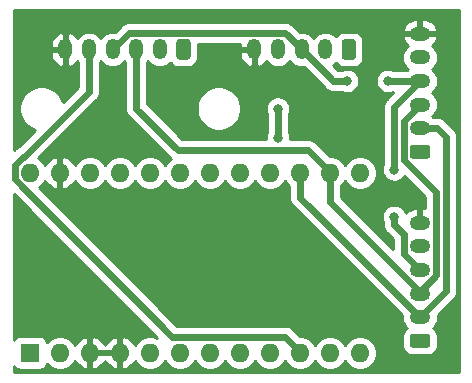
<source format=gbr>
%TF.GenerationSoftware,KiCad,Pcbnew,(5.1.9)-1*%
%TF.CreationDate,2021-10-16T13:54:30-06:00*%
%TF.ProjectId,stick_controller,73746963-6b5f-4636-9f6e-74726f6c6c65,rev?*%
%TF.SameCoordinates,Original*%
%TF.FileFunction,Copper,L1,Top*%
%TF.FilePolarity,Positive*%
%FSLAX46Y46*%
G04 Gerber Fmt 4.6, Leading zero omitted, Abs format (unit mm)*
G04 Created by KiCad (PCBNEW (5.1.9)-1) date 2021-10-16 13:54:30*
%MOMM*%
%LPD*%
G01*
G04 APERTURE LIST*
%TA.AperFunction,ComponentPad*%
%ADD10R,1.600000X1.600000*%
%TD*%
%TA.AperFunction,ComponentPad*%
%ADD11O,1.600000X1.600000*%
%TD*%
%TA.AperFunction,ComponentPad*%
%ADD12O,1.200000X1.750000*%
%TD*%
%TA.AperFunction,ComponentPad*%
%ADD13O,1.750000X1.200000*%
%TD*%
%TA.AperFunction,ViaPad*%
%ADD14C,0.800000*%
%TD*%
%TA.AperFunction,Conductor*%
%ADD15C,0.609600*%
%TD*%
%TA.AperFunction,Conductor*%
%ADD16C,0.254000*%
%TD*%
%TA.AperFunction,Conductor*%
%ADD17C,0.100000*%
%TD*%
G04 APERTURE END LIST*
D10*
%TO.P,U1,1*%
%TO.N,Net-(U1-Pad1)*%
X111980000Y-83018000D03*
D11*
%TO.P,U1,13*%
%TO.N,Net-(U1-Pad13)*%
X139920000Y-67778000D03*
%TO.P,U1,2*%
%TO.N,Net-(U1-Pad2)*%
X114520000Y-83018000D03*
%TO.P,U1,14*%
%TO.N,/MOSI*%
X137380000Y-67778000D03*
%TO.P,U1,3*%
%TO.N,GND*%
X117060000Y-83018000D03*
%TO.P,U1,15*%
%TO.N,/MISO*%
X134840000Y-67778000D03*
%TO.P,U1,4*%
%TO.N,GND*%
X119600000Y-83018000D03*
%TO.P,U1,16*%
%TO.N,/SCK*%
X132300000Y-67778000D03*
%TO.P,U1,5*%
%TO.N,Net-(U1-Pad5)*%
X122140000Y-83018000D03*
%TO.P,U1,17*%
%TO.N,Net-(U1-Pad17)*%
X129760000Y-67778000D03*
%TO.P,U1,6*%
%TO.N,Net-(U1-Pad6)*%
X124680000Y-83018000D03*
%TO.P,U1,18*%
%TO.N,Net-(U1-Pad18)*%
X127220000Y-67778000D03*
%TO.P,U1,7*%
%TO.N,Net-(U1-Pad7)*%
X127220000Y-83018000D03*
%TO.P,U1,19*%
%TO.N,Net-(U1-Pad19)*%
X124680000Y-67778000D03*
%TO.P,U1,8*%
%TO.N,Net-(U1-Pad8)*%
X129760000Y-83018000D03*
%TO.P,U1,20*%
%TO.N,Net-(U1-Pad20)*%
X122140000Y-67778000D03*
%TO.P,U1,9*%
%TO.N,/CSg*%
X132300000Y-83018000D03*
%TO.P,U1,21*%
%TO.N,+5V*%
X119600000Y-67778000D03*
%TO.P,U1,10*%
%TO.N,/CSz*%
X134840000Y-83018000D03*
%TO.P,U1,22*%
%TO.N,Net-(U1-Pad22)*%
X117060000Y-67778000D03*
%TO.P,U1,11*%
%TO.N,/CSy*%
X137380000Y-83018000D03*
%TO.P,U1,23*%
%TO.N,GND*%
X114520000Y-67778000D03*
%TO.P,U1,12*%
%TO.N,/CSx*%
X139920000Y-83018000D03*
%TO.P,U1,24*%
%TO.N,Net-(U1-Pad24)*%
X111980000Y-67778000D03*
%TD*%
D12*
%TO.P,J4,5*%
%TO.N,GND*%
X130976000Y-57330000D03*
%TO.P,J4,4*%
%TO.N,/MISO*%
X132976000Y-57330000D03*
%TO.P,J4,3*%
%TO.N,/SCK*%
X134976000Y-57330000D03*
%TO.P,J4,2*%
%TO.N,/CSg*%
X136976000Y-57330000D03*
%TO.P,J4,1*%
%TO.N,+5V*%
%TA.AperFunction,ComponentPad*%
G36*
G01*
X139576000Y-56704999D02*
X139576000Y-57955001D01*
G75*
G02*
X139326001Y-58205000I-249999J0D01*
G01*
X138625999Y-58205000D01*
G75*
G02*
X138376000Y-57955001I0J249999D01*
G01*
X138376000Y-56704999D01*
G75*
G02*
X138625999Y-56455000I249999J0D01*
G01*
X139326001Y-56455000D01*
G75*
G02*
X139576000Y-56704999I0J-249999D01*
G01*
G37*
%TD.AperFunction*%
%TD*%
%TO.P,J3,6*%
%TO.N,GND*%
X114976000Y-57330000D03*
%TO.P,J3,5*%
%TO.N,/CSz*%
X116976000Y-57330000D03*
%TO.P,J3,4*%
%TO.N,/SCK*%
X118976000Y-57330000D03*
%TO.P,J3,3*%
%TO.N,/MOSI*%
X120976000Y-57330000D03*
%TO.P,J3,2*%
%TO.N,/MISO*%
X122976000Y-57330000D03*
%TO.P,J3,1*%
%TO.N,+5V*%
%TA.AperFunction,ComponentPad*%
G36*
G01*
X125576000Y-56704999D02*
X125576000Y-57955001D01*
G75*
G02*
X125326001Y-58205000I-249999J0D01*
G01*
X124625999Y-58205000D01*
G75*
G02*
X124376000Y-57955001I0J249999D01*
G01*
X124376000Y-56704999D01*
G75*
G02*
X124625999Y-56455000I249999J0D01*
G01*
X125326001Y-56455000D01*
G75*
G02*
X125576000Y-56704999I0J-249999D01*
G01*
G37*
%TD.AperFunction*%
%TD*%
D13*
%TO.P,J2,6*%
%TO.N,GND*%
X145000000Y-72000000D03*
%TO.P,J2,5*%
%TO.N,/CSy*%
X145000000Y-74000000D03*
%TO.P,J2,4*%
%TO.N,/SCK*%
X145000000Y-76000000D03*
%TO.P,J2,3*%
%TO.N,/MOSI*%
X145000000Y-78000000D03*
%TO.P,J2,2*%
%TO.N,/MISO*%
X145000000Y-80000000D03*
%TO.P,J2,1*%
%TO.N,+5V*%
%TA.AperFunction,ComponentPad*%
G36*
G01*
X145625001Y-82600000D02*
X144374999Y-82600000D01*
G75*
G02*
X144125000Y-82350001I0J249999D01*
G01*
X144125000Y-81649999D01*
G75*
G02*
X144374999Y-81400000I249999J0D01*
G01*
X145625001Y-81400000D01*
G75*
G02*
X145875000Y-81649999I0J-249999D01*
G01*
X145875000Y-82350001D01*
G75*
G02*
X145625001Y-82600000I-249999J0D01*
G01*
G37*
%TD.AperFunction*%
%TD*%
%TO.P,J1,6*%
%TO.N,GND*%
X145000000Y-56000000D03*
%TO.P,J1,5*%
%TO.N,/CSx*%
X145000000Y-58000000D03*
%TO.P,J1,4*%
%TO.N,/SCK*%
X145000000Y-60000000D03*
%TO.P,J1,3*%
%TO.N,/MOSI*%
X145000000Y-62000000D03*
%TO.P,J1,2*%
%TO.N,/MISO*%
X145000000Y-64000000D03*
%TO.P,J1,1*%
%TO.N,+5V*%
%TA.AperFunction,ComponentPad*%
G36*
G01*
X145625001Y-66600000D02*
X144374999Y-66600000D01*
G75*
G02*
X144125000Y-66350001I0J249999D01*
G01*
X144125000Y-65649999D01*
G75*
G02*
X144374999Y-65400000I249999J0D01*
G01*
X145625001Y-65400000D01*
G75*
G02*
X145875000Y-65649999I0J-249999D01*
G01*
X145875000Y-66350001D01*
G75*
G02*
X145625001Y-66600000I-249999J0D01*
G01*
G37*
%TD.AperFunction*%
%TD*%
D14*
%TO.N,/SCK*%
X138806000Y-60000000D03*
X142306000Y-60000000D03*
X142810579Y-67495421D03*
X142810579Y-71495421D03*
%TO.N,/MISO*%
X132976000Y-64830000D03*
X132976000Y-62330000D03*
%TD*%
D15*
%TO.N,/SCK*%
X143620190Y-74620190D02*
X145000000Y-76000000D01*
X137646000Y-60000000D02*
X138806000Y-60000000D01*
X134976000Y-57330000D02*
X137646000Y-60000000D01*
X133596190Y-55950190D02*
X134976000Y-57330000D01*
X120355810Y-55950190D02*
X133596190Y-55950190D01*
X118976000Y-57330000D02*
X120355810Y-55950190D01*
X142306000Y-60000000D02*
X145000000Y-60000000D01*
X142810579Y-62189421D02*
X145000000Y-60000000D01*
X142810579Y-72164579D02*
X142810579Y-71495421D01*
X143620190Y-72974190D02*
X142810579Y-72164579D01*
X143620190Y-74620190D02*
X143620190Y-72974190D01*
X142810579Y-67495421D02*
X142810579Y-62189421D01*
%TO.N,/MOSI*%
X137406000Y-70243437D02*
X145000000Y-77837437D01*
X137406000Y-67710000D02*
X137406000Y-70243437D01*
X143620190Y-63379810D02*
X145000000Y-62000000D01*
X143620190Y-66662654D02*
X143620190Y-63379810D01*
X146379810Y-69422274D02*
X143620190Y-66662654D01*
X145000000Y-77837437D02*
X146379810Y-76457627D01*
X146379810Y-76457627D02*
X146379810Y-69422274D01*
X145000000Y-78000000D02*
X145000000Y-77837437D01*
X120976000Y-57330000D02*
X120976000Y-62330000D01*
X120976000Y-62330000D02*
X124476000Y-65830000D01*
X135526000Y-65830000D02*
X137406000Y-67710000D01*
X124476000Y-65830000D02*
X135526000Y-65830000D01*
%TO.N,/MISO*%
X134866000Y-69866000D02*
X145000000Y-80000000D01*
X134866000Y-67710000D02*
X134866000Y-69866000D01*
X145000000Y-80000000D02*
X147189421Y-77810579D01*
X146484600Y-64000000D02*
X145000000Y-64000000D01*
X147189421Y-77810579D02*
X147189421Y-64704821D01*
X147189421Y-64704821D02*
X146484600Y-64000000D01*
X132976000Y-62330000D02*
X132976000Y-64830000D01*
%TO.N,/CSz*%
X133561199Y-81645199D02*
X134866000Y-82950000D01*
X110701199Y-68336305D02*
X124010093Y-81645199D01*
X111379695Y-66405199D02*
X110701199Y-67083695D01*
X124010093Y-81645199D02*
X133561199Y-81645199D01*
X111497907Y-66405199D02*
X111379695Y-66405199D01*
X110701199Y-67083695D02*
X110701199Y-68336305D01*
X116976000Y-60927106D02*
X111497907Y-66405199D01*
X116976000Y-57330000D02*
X116976000Y-60927106D01*
%TO.N,/CSg*%
X136976000Y-57330000D02*
X136976000Y-57249000D01*
%TD*%
D16*
%TO.N,GND*%
X148316001Y-84670000D02*
X110636000Y-84670000D01*
X110636000Y-84147307D01*
X110649463Y-84172494D01*
X110728815Y-84269185D01*
X110825506Y-84348537D01*
X110935820Y-84407502D01*
X111055518Y-84443812D01*
X111180000Y-84456072D01*
X112780000Y-84456072D01*
X112904482Y-84443812D01*
X113024180Y-84407502D01*
X113134494Y-84348537D01*
X113231185Y-84269185D01*
X113310537Y-84172494D01*
X113369502Y-84062180D01*
X113405812Y-83942482D01*
X113406643Y-83934039D01*
X113605241Y-84132637D01*
X113840273Y-84289680D01*
X114101426Y-84397853D01*
X114378665Y-84453000D01*
X114661335Y-84453000D01*
X114938574Y-84397853D01*
X115199727Y-84289680D01*
X115434759Y-84132637D01*
X115634637Y-83932759D01*
X115791680Y-83697727D01*
X115796067Y-83687135D01*
X115907615Y-83873131D01*
X116096586Y-84081519D01*
X116322580Y-84249037D01*
X116576913Y-84369246D01*
X116710961Y-84409904D01*
X116933000Y-84287915D01*
X116933000Y-83145000D01*
X117187000Y-83145000D01*
X117187000Y-84287915D01*
X117409039Y-84409904D01*
X117543087Y-84369246D01*
X117797420Y-84249037D01*
X118023414Y-84081519D01*
X118212385Y-83873131D01*
X118330000Y-83677018D01*
X118447615Y-83873131D01*
X118636586Y-84081519D01*
X118862580Y-84249037D01*
X119116913Y-84369246D01*
X119250961Y-84409904D01*
X119473000Y-84287915D01*
X119473000Y-83145000D01*
X117187000Y-83145000D01*
X116933000Y-83145000D01*
X116913000Y-83145000D01*
X116913000Y-82891000D01*
X116933000Y-82891000D01*
X116933000Y-81748085D01*
X117187000Y-81748085D01*
X117187000Y-82891000D01*
X119473000Y-82891000D01*
X119473000Y-81748085D01*
X119250961Y-81626096D01*
X119116913Y-81666754D01*
X118862580Y-81786963D01*
X118636586Y-81954481D01*
X118447615Y-82162869D01*
X118330000Y-82358982D01*
X118212385Y-82162869D01*
X118023414Y-81954481D01*
X117797420Y-81786963D01*
X117543087Y-81666754D01*
X117409039Y-81626096D01*
X117187000Y-81748085D01*
X116933000Y-81748085D01*
X116710961Y-81626096D01*
X116576913Y-81666754D01*
X116322580Y-81786963D01*
X116096586Y-81954481D01*
X115907615Y-82162869D01*
X115796067Y-82348865D01*
X115791680Y-82338273D01*
X115634637Y-82103241D01*
X115434759Y-81903363D01*
X115199727Y-81746320D01*
X114938574Y-81638147D01*
X114661335Y-81583000D01*
X114378665Y-81583000D01*
X114101426Y-81638147D01*
X113840273Y-81746320D01*
X113605241Y-81903363D01*
X113406643Y-82101961D01*
X113405812Y-82093518D01*
X113369502Y-81973820D01*
X113310537Y-81863506D01*
X113231185Y-81766815D01*
X113134494Y-81687463D01*
X113024180Y-81628498D01*
X112904482Y-81592188D01*
X112780000Y-81579928D01*
X111180000Y-81579928D01*
X111055518Y-81592188D01*
X110935820Y-81628498D01*
X110825506Y-81687463D01*
X110728815Y-81766815D01*
X110649463Y-81863506D01*
X110636000Y-81888693D01*
X110636000Y-69600182D01*
X122755555Y-81719739D01*
X122558574Y-81638147D01*
X122281335Y-81583000D01*
X121998665Y-81583000D01*
X121721426Y-81638147D01*
X121460273Y-81746320D01*
X121225241Y-81903363D01*
X121025363Y-82103241D01*
X120868320Y-82338273D01*
X120863933Y-82348865D01*
X120752385Y-82162869D01*
X120563414Y-81954481D01*
X120337420Y-81786963D01*
X120083087Y-81666754D01*
X119949039Y-81626096D01*
X119727000Y-81748085D01*
X119727000Y-82891000D01*
X119747000Y-82891000D01*
X119747000Y-83145000D01*
X119727000Y-83145000D01*
X119727000Y-84287915D01*
X119949039Y-84409904D01*
X120083087Y-84369246D01*
X120337420Y-84249037D01*
X120563414Y-84081519D01*
X120752385Y-83873131D01*
X120863933Y-83687135D01*
X120868320Y-83697727D01*
X121025363Y-83932759D01*
X121225241Y-84132637D01*
X121460273Y-84289680D01*
X121721426Y-84397853D01*
X121998665Y-84453000D01*
X122281335Y-84453000D01*
X122558574Y-84397853D01*
X122819727Y-84289680D01*
X123054759Y-84132637D01*
X123254637Y-83932759D01*
X123410000Y-83700241D01*
X123565363Y-83932759D01*
X123765241Y-84132637D01*
X124000273Y-84289680D01*
X124261426Y-84397853D01*
X124538665Y-84453000D01*
X124821335Y-84453000D01*
X125098574Y-84397853D01*
X125359727Y-84289680D01*
X125594759Y-84132637D01*
X125794637Y-83932759D01*
X125950000Y-83700241D01*
X126105363Y-83932759D01*
X126305241Y-84132637D01*
X126540273Y-84289680D01*
X126801426Y-84397853D01*
X127078665Y-84453000D01*
X127361335Y-84453000D01*
X127638574Y-84397853D01*
X127899727Y-84289680D01*
X128134759Y-84132637D01*
X128334637Y-83932759D01*
X128490000Y-83700241D01*
X128645363Y-83932759D01*
X128845241Y-84132637D01*
X129080273Y-84289680D01*
X129341426Y-84397853D01*
X129618665Y-84453000D01*
X129901335Y-84453000D01*
X130178574Y-84397853D01*
X130439727Y-84289680D01*
X130674759Y-84132637D01*
X130874637Y-83932759D01*
X131030000Y-83700241D01*
X131185363Y-83932759D01*
X131385241Y-84132637D01*
X131620273Y-84289680D01*
X131881426Y-84397853D01*
X132158665Y-84453000D01*
X132441335Y-84453000D01*
X132718574Y-84397853D01*
X132979727Y-84289680D01*
X133214759Y-84132637D01*
X133414637Y-83932759D01*
X133570000Y-83700241D01*
X133725363Y-83932759D01*
X133925241Y-84132637D01*
X134160273Y-84289680D01*
X134421426Y-84397853D01*
X134698665Y-84453000D01*
X134981335Y-84453000D01*
X135258574Y-84397853D01*
X135519727Y-84289680D01*
X135754759Y-84132637D01*
X135954637Y-83932759D01*
X136110000Y-83700241D01*
X136265363Y-83932759D01*
X136465241Y-84132637D01*
X136700273Y-84289680D01*
X136961426Y-84397853D01*
X137238665Y-84453000D01*
X137521335Y-84453000D01*
X137798574Y-84397853D01*
X138059727Y-84289680D01*
X138294759Y-84132637D01*
X138494637Y-83932759D01*
X138650000Y-83700241D01*
X138805363Y-83932759D01*
X139005241Y-84132637D01*
X139240273Y-84289680D01*
X139501426Y-84397853D01*
X139778665Y-84453000D01*
X140061335Y-84453000D01*
X140338574Y-84397853D01*
X140599727Y-84289680D01*
X140834759Y-84132637D01*
X141034637Y-83932759D01*
X141191680Y-83697727D01*
X141299853Y-83436574D01*
X141355000Y-83159335D01*
X141355000Y-82876665D01*
X141299853Y-82599426D01*
X141191680Y-82338273D01*
X141034637Y-82103241D01*
X140834759Y-81903363D01*
X140599727Y-81746320D01*
X140338574Y-81638147D01*
X140061335Y-81583000D01*
X139778665Y-81583000D01*
X139501426Y-81638147D01*
X139240273Y-81746320D01*
X139005241Y-81903363D01*
X138805363Y-82103241D01*
X138650000Y-82335759D01*
X138494637Y-82103241D01*
X138294759Y-81903363D01*
X138059727Y-81746320D01*
X137798574Y-81638147D01*
X137521335Y-81583000D01*
X137238665Y-81583000D01*
X136961426Y-81638147D01*
X136700273Y-81746320D01*
X136465241Y-81903363D01*
X136265363Y-82103241D01*
X136110000Y-82335759D01*
X135954637Y-82103241D01*
X135754759Y-81903363D01*
X135519727Y-81746320D01*
X135258574Y-81638147D01*
X134981335Y-81583000D01*
X134828077Y-81583000D01*
X134258390Y-81013314D01*
X134228953Y-80977445D01*
X134085850Y-80860003D01*
X133922585Y-80772736D01*
X133745432Y-80718997D01*
X133607366Y-80705399D01*
X133607356Y-80705399D01*
X133561199Y-80700853D01*
X133515042Y-80705399D01*
X124399371Y-80705399D01*
X112710035Y-69016065D01*
X112894759Y-68892637D01*
X113094637Y-68692759D01*
X113251680Y-68457727D01*
X113256067Y-68447135D01*
X113367615Y-68633131D01*
X113556586Y-68841519D01*
X113782580Y-69009037D01*
X114036913Y-69129246D01*
X114170961Y-69169904D01*
X114393000Y-69047915D01*
X114393000Y-67905000D01*
X114373000Y-67905000D01*
X114373000Y-67651000D01*
X114393000Y-67651000D01*
X114393000Y-66508085D01*
X114170961Y-66386096D01*
X114036913Y-66426754D01*
X113782580Y-66546963D01*
X113556586Y-66714481D01*
X113367615Y-66922869D01*
X113256067Y-67108865D01*
X113251680Y-67098273D01*
X113094637Y-66863241D01*
X112894759Y-66663363D01*
X112699372Y-66532810D01*
X117607896Y-61624288D01*
X117643754Y-61594860D01*
X117700215Y-61526063D01*
X117741834Y-61475349D01*
X117761196Y-61451757D01*
X117848463Y-61288492D01*
X117902202Y-61111339D01*
X117915800Y-60973273D01*
X117915800Y-60973264D01*
X117920346Y-60927107D01*
X117915800Y-60880950D01*
X117915800Y-58406592D01*
X117976000Y-58333237D01*
X118098498Y-58482502D01*
X118286551Y-58636833D01*
X118501099Y-58751511D01*
X118733898Y-58822130D01*
X118976000Y-58845975D01*
X119218101Y-58822130D01*
X119450900Y-58751511D01*
X119665448Y-58636833D01*
X119853502Y-58482502D01*
X119976000Y-58333237D01*
X120036200Y-58406591D01*
X120036201Y-62283833D01*
X120031654Y-62330000D01*
X120049799Y-62514233D01*
X120103538Y-62691386D01*
X120190804Y-62854651D01*
X120209558Y-62877502D01*
X120308247Y-62997754D01*
X120344110Y-63027186D01*
X123778818Y-66461896D01*
X123808246Y-66497754D01*
X123900178Y-66573201D01*
X123765241Y-66663363D01*
X123565363Y-66863241D01*
X123410000Y-67095759D01*
X123254637Y-66863241D01*
X123054759Y-66663363D01*
X122819727Y-66506320D01*
X122558574Y-66398147D01*
X122281335Y-66343000D01*
X121998665Y-66343000D01*
X121721426Y-66398147D01*
X121460273Y-66506320D01*
X121225241Y-66663363D01*
X121025363Y-66863241D01*
X120870000Y-67095759D01*
X120714637Y-66863241D01*
X120514759Y-66663363D01*
X120279727Y-66506320D01*
X120018574Y-66398147D01*
X119741335Y-66343000D01*
X119458665Y-66343000D01*
X119181426Y-66398147D01*
X118920273Y-66506320D01*
X118685241Y-66663363D01*
X118485363Y-66863241D01*
X118330000Y-67095759D01*
X118174637Y-66863241D01*
X117974759Y-66663363D01*
X117739727Y-66506320D01*
X117478574Y-66398147D01*
X117201335Y-66343000D01*
X116918665Y-66343000D01*
X116641426Y-66398147D01*
X116380273Y-66506320D01*
X116145241Y-66663363D01*
X115945363Y-66863241D01*
X115788320Y-67098273D01*
X115783933Y-67108865D01*
X115672385Y-66922869D01*
X115483414Y-66714481D01*
X115257420Y-66546963D01*
X115003087Y-66426754D01*
X114869039Y-66386096D01*
X114647000Y-66508085D01*
X114647000Y-67651000D01*
X114667000Y-67651000D01*
X114667000Y-67905000D01*
X114647000Y-67905000D01*
X114647000Y-69047915D01*
X114869039Y-69169904D01*
X115003087Y-69129246D01*
X115257420Y-69009037D01*
X115483414Y-68841519D01*
X115672385Y-68633131D01*
X115783933Y-68447135D01*
X115788320Y-68457727D01*
X115945363Y-68692759D01*
X116145241Y-68892637D01*
X116380273Y-69049680D01*
X116641426Y-69157853D01*
X116918665Y-69213000D01*
X117201335Y-69213000D01*
X117478574Y-69157853D01*
X117739727Y-69049680D01*
X117974759Y-68892637D01*
X118174637Y-68692759D01*
X118330000Y-68460241D01*
X118485363Y-68692759D01*
X118685241Y-68892637D01*
X118920273Y-69049680D01*
X119181426Y-69157853D01*
X119458665Y-69213000D01*
X119741335Y-69213000D01*
X120018574Y-69157853D01*
X120279727Y-69049680D01*
X120514759Y-68892637D01*
X120714637Y-68692759D01*
X120870000Y-68460241D01*
X121025363Y-68692759D01*
X121225241Y-68892637D01*
X121460273Y-69049680D01*
X121721426Y-69157853D01*
X121998665Y-69213000D01*
X122281335Y-69213000D01*
X122558574Y-69157853D01*
X122819727Y-69049680D01*
X123054759Y-68892637D01*
X123254637Y-68692759D01*
X123410000Y-68460241D01*
X123565363Y-68692759D01*
X123765241Y-68892637D01*
X124000273Y-69049680D01*
X124261426Y-69157853D01*
X124538665Y-69213000D01*
X124821335Y-69213000D01*
X125098574Y-69157853D01*
X125359727Y-69049680D01*
X125594759Y-68892637D01*
X125794637Y-68692759D01*
X125950000Y-68460241D01*
X126105363Y-68692759D01*
X126305241Y-68892637D01*
X126540273Y-69049680D01*
X126801426Y-69157853D01*
X127078665Y-69213000D01*
X127361335Y-69213000D01*
X127638574Y-69157853D01*
X127899727Y-69049680D01*
X128134759Y-68892637D01*
X128334637Y-68692759D01*
X128490000Y-68460241D01*
X128645363Y-68692759D01*
X128845241Y-68892637D01*
X129080273Y-69049680D01*
X129341426Y-69157853D01*
X129618665Y-69213000D01*
X129901335Y-69213000D01*
X130178574Y-69157853D01*
X130439727Y-69049680D01*
X130674759Y-68892637D01*
X130874637Y-68692759D01*
X131030000Y-68460241D01*
X131185363Y-68692759D01*
X131385241Y-68892637D01*
X131620273Y-69049680D01*
X131881426Y-69157853D01*
X132158665Y-69213000D01*
X132441335Y-69213000D01*
X132718574Y-69157853D01*
X132979727Y-69049680D01*
X133214759Y-68892637D01*
X133414637Y-68692759D01*
X133570000Y-68460241D01*
X133725363Y-68692759D01*
X133925241Y-68892637D01*
X133926201Y-68893278D01*
X133926201Y-69819833D01*
X133921654Y-69866000D01*
X133939799Y-70050233D01*
X133993538Y-70227386D01*
X134080804Y-70390651D01*
X134138064Y-70460421D01*
X134198247Y-70533754D01*
X134234111Y-70563187D01*
X143500782Y-79829860D01*
X143484025Y-80000000D01*
X143507870Y-80242102D01*
X143578489Y-80474901D01*
X143693167Y-80689449D01*
X143847498Y-80877502D01*
X143886111Y-80909191D01*
X143881613Y-80911595D01*
X143747038Y-81022038D01*
X143636595Y-81156613D01*
X143554528Y-81310149D01*
X143503992Y-81476745D01*
X143486928Y-81649999D01*
X143486928Y-82350001D01*
X143503992Y-82523255D01*
X143554528Y-82689851D01*
X143636595Y-82843387D01*
X143747038Y-82977962D01*
X143881613Y-83088405D01*
X144035149Y-83170472D01*
X144201745Y-83221008D01*
X144374999Y-83238072D01*
X145625001Y-83238072D01*
X145798255Y-83221008D01*
X145964851Y-83170472D01*
X146118387Y-83088405D01*
X146252962Y-82977962D01*
X146363405Y-82843387D01*
X146445472Y-82689851D01*
X146496008Y-82523255D01*
X146513072Y-82350001D01*
X146513072Y-81649999D01*
X146496008Y-81476745D01*
X146445472Y-81310149D01*
X146363405Y-81156613D01*
X146252962Y-81022038D01*
X146118387Y-80911595D01*
X146113889Y-80909191D01*
X146152502Y-80877502D01*
X146306833Y-80689449D01*
X146421511Y-80474901D01*
X146492130Y-80242102D01*
X146515975Y-80000000D01*
X146499218Y-79829859D01*
X147821317Y-78507761D01*
X147857175Y-78478333D01*
X147886605Y-78442473D01*
X147974617Y-78335231D01*
X148061884Y-78171965D01*
X148061884Y-78171964D01*
X148115623Y-77994812D01*
X148129221Y-77856746D01*
X148129221Y-77856736D01*
X148133767Y-77810579D01*
X148129221Y-77764422D01*
X148129221Y-64750977D01*
X148133767Y-64704820D01*
X148129221Y-64658663D01*
X148129221Y-64658654D01*
X148115623Y-64520588D01*
X148061884Y-64343435D01*
X147974617Y-64180170D01*
X147857175Y-64037067D01*
X147821316Y-64007638D01*
X147181790Y-63368114D01*
X147152354Y-63332246D01*
X147009251Y-63214804D01*
X146845986Y-63127537D01*
X146668833Y-63073798D01*
X146530767Y-63060200D01*
X146530757Y-63060200D01*
X146484600Y-63055654D01*
X146438443Y-63060200D01*
X146076592Y-63060200D01*
X146003238Y-63000000D01*
X146152502Y-62877502D01*
X146306833Y-62689449D01*
X146421511Y-62474901D01*
X146492130Y-62242102D01*
X146515975Y-62000000D01*
X146492130Y-61757898D01*
X146421511Y-61525099D01*
X146306833Y-61310551D01*
X146152502Y-61122498D01*
X146003238Y-61000000D01*
X146152502Y-60877502D01*
X146306833Y-60689449D01*
X146421511Y-60474901D01*
X146492130Y-60242102D01*
X146515975Y-60000000D01*
X146492130Y-59757898D01*
X146421511Y-59525099D01*
X146306833Y-59310551D01*
X146152502Y-59122498D01*
X146003238Y-59000000D01*
X146152502Y-58877502D01*
X146306833Y-58689449D01*
X146421511Y-58474901D01*
X146492130Y-58242102D01*
X146515975Y-58000000D01*
X146492130Y-57757898D01*
X146421511Y-57525099D01*
X146306833Y-57310551D01*
X146152502Y-57122498D01*
X146002652Y-56999519D01*
X146066725Y-56956307D01*
X146238078Y-56783474D01*
X146372421Y-56580533D01*
X146464591Y-56355282D01*
X146468462Y-56317609D01*
X146343731Y-56127000D01*
X145127000Y-56127000D01*
X145127000Y-56147000D01*
X144873000Y-56147000D01*
X144873000Y-56127000D01*
X143656269Y-56127000D01*
X143531538Y-56317609D01*
X143535409Y-56355282D01*
X143627579Y-56580533D01*
X143761922Y-56783474D01*
X143933275Y-56956307D01*
X143997348Y-56999519D01*
X143847498Y-57122498D01*
X143693167Y-57310551D01*
X143578489Y-57525099D01*
X143507870Y-57757898D01*
X143484025Y-58000000D01*
X143507870Y-58242102D01*
X143578489Y-58474901D01*
X143693167Y-58689449D01*
X143847498Y-58877502D01*
X143996762Y-59000000D01*
X143923408Y-59060200D01*
X142741707Y-59060200D01*
X142607898Y-59004774D01*
X142407939Y-58965000D01*
X142204061Y-58965000D01*
X142004102Y-59004774D01*
X141815744Y-59082795D01*
X141646226Y-59196063D01*
X141502063Y-59340226D01*
X141388795Y-59509744D01*
X141310774Y-59698102D01*
X141271000Y-59898061D01*
X141271000Y-60101939D01*
X141310774Y-60301898D01*
X141388795Y-60490256D01*
X141502063Y-60659774D01*
X141646226Y-60803937D01*
X141815744Y-60917205D01*
X142004102Y-60995226D01*
X142204061Y-61035000D01*
X142407939Y-61035000D01*
X142607898Y-60995226D01*
X142723640Y-60947284D01*
X142178689Y-61492235D01*
X142142826Y-61521667D01*
X142113396Y-61557528D01*
X142025383Y-61664770D01*
X141938117Y-61828035D01*
X141884378Y-62005188D01*
X141866233Y-62189421D01*
X141870780Y-62235588D01*
X141870779Y-67059714D01*
X141815353Y-67193523D01*
X141775579Y-67393482D01*
X141775579Y-67597360D01*
X141815353Y-67797319D01*
X141893374Y-67985677D01*
X142006642Y-68155195D01*
X142150805Y-68299358D01*
X142320323Y-68412626D01*
X142508681Y-68490647D01*
X142708640Y-68530421D01*
X142912518Y-68530421D01*
X143112477Y-68490647D01*
X143300835Y-68412626D01*
X143470353Y-68299358D01*
X143614516Y-68155195D01*
X143682263Y-68053804D01*
X145440011Y-69811552D01*
X145440011Y-70772731D01*
X145402000Y-70765000D01*
X145127000Y-70765000D01*
X145127000Y-71873000D01*
X145147000Y-71873000D01*
X145147000Y-72127000D01*
X145127000Y-72127000D01*
X145127000Y-72147000D01*
X144873000Y-72147000D01*
X144873000Y-72127000D01*
X144853000Y-72127000D01*
X144853000Y-71873000D01*
X144873000Y-71873000D01*
X144873000Y-70765000D01*
X144598000Y-70765000D01*
X144359504Y-70813507D01*
X144135054Y-70907610D01*
X143933275Y-71043693D01*
X143799594Y-71178529D01*
X143727784Y-71005165D01*
X143614516Y-70835647D01*
X143470353Y-70691484D01*
X143300835Y-70578216D01*
X143112477Y-70500195D01*
X142912518Y-70460421D01*
X142708640Y-70460421D01*
X142508681Y-70500195D01*
X142320323Y-70578216D01*
X142150805Y-70691484D01*
X142006642Y-70835647D01*
X141893374Y-71005165D01*
X141815353Y-71193523D01*
X141775579Y-71393482D01*
X141775579Y-71597360D01*
X141815353Y-71797319D01*
X141870779Y-71931128D01*
X141870779Y-72118422D01*
X141866233Y-72164579D01*
X141870779Y-72210736D01*
X141870779Y-72210745D01*
X141884377Y-72348811D01*
X141938116Y-72525964D01*
X142025383Y-72689230D01*
X142142825Y-72832333D01*
X142178693Y-72861769D01*
X142680391Y-73363468D01*
X142680390Y-74188750D01*
X138345800Y-69854161D01*
X138345800Y-68841596D01*
X138494637Y-68692759D01*
X138650000Y-68460241D01*
X138805363Y-68692759D01*
X139005241Y-68892637D01*
X139240273Y-69049680D01*
X139501426Y-69157853D01*
X139778665Y-69213000D01*
X140061335Y-69213000D01*
X140338574Y-69157853D01*
X140599727Y-69049680D01*
X140834759Y-68892637D01*
X141034637Y-68692759D01*
X141191680Y-68457727D01*
X141299853Y-68196574D01*
X141355000Y-67919335D01*
X141355000Y-67636665D01*
X141299853Y-67359426D01*
X141191680Y-67098273D01*
X141034637Y-66863241D01*
X140834759Y-66663363D01*
X140599727Y-66506320D01*
X140338574Y-66398147D01*
X140061335Y-66343000D01*
X139778665Y-66343000D01*
X139501426Y-66398147D01*
X139240273Y-66506320D01*
X139005241Y-66663363D01*
X138805363Y-66863241D01*
X138650000Y-67095759D01*
X138494637Y-66863241D01*
X138294759Y-66663363D01*
X138059727Y-66506320D01*
X137798574Y-66398147D01*
X137521335Y-66343000D01*
X137368077Y-66343000D01*
X136223191Y-65198115D01*
X136193754Y-65162246D01*
X136050651Y-65044804D01*
X135887386Y-64957537D01*
X135710233Y-64903798D01*
X135572167Y-64890200D01*
X135572157Y-64890200D01*
X135526000Y-64885654D01*
X135479843Y-64890200D01*
X134011000Y-64890200D01*
X134011000Y-64728061D01*
X133971226Y-64528102D01*
X133915800Y-64394293D01*
X133915800Y-62765707D01*
X133971226Y-62631898D01*
X134011000Y-62431939D01*
X134011000Y-62228061D01*
X133971226Y-62028102D01*
X133893205Y-61839744D01*
X133779937Y-61670226D01*
X133635774Y-61526063D01*
X133466256Y-61412795D01*
X133277898Y-61334774D01*
X133077939Y-61295000D01*
X132874061Y-61295000D01*
X132674102Y-61334774D01*
X132485744Y-61412795D01*
X132316226Y-61526063D01*
X132172063Y-61670226D01*
X132058795Y-61839744D01*
X131980774Y-62028102D01*
X131941000Y-62228061D01*
X131941000Y-62431939D01*
X131980774Y-62631898D01*
X132036200Y-62765708D01*
X132036201Y-64394291D01*
X131980774Y-64528102D01*
X131941000Y-64728061D01*
X131941000Y-64890200D01*
X124865278Y-64890200D01*
X122119421Y-62144344D01*
X126091000Y-62144344D01*
X126091000Y-62515656D01*
X126163439Y-62879834D01*
X126305534Y-63222882D01*
X126511825Y-63531618D01*
X126774382Y-63794175D01*
X127083118Y-64000466D01*
X127426166Y-64142561D01*
X127790344Y-64215000D01*
X128161656Y-64215000D01*
X128525834Y-64142561D01*
X128868882Y-64000466D01*
X129177618Y-63794175D01*
X129440175Y-63531618D01*
X129646466Y-63222882D01*
X129788561Y-62879834D01*
X129861000Y-62515656D01*
X129861000Y-62144344D01*
X129788561Y-61780166D01*
X129646466Y-61437118D01*
X129440175Y-61128382D01*
X129177618Y-60865825D01*
X128868882Y-60659534D01*
X128525834Y-60517439D01*
X128161656Y-60445000D01*
X127790344Y-60445000D01*
X127426166Y-60517439D01*
X127083118Y-60659534D01*
X126774382Y-60865825D01*
X126511825Y-61128382D01*
X126305534Y-61437118D01*
X126163439Y-61780166D01*
X126091000Y-62144344D01*
X122119421Y-62144344D01*
X121915800Y-61940724D01*
X121915800Y-58406592D01*
X121976000Y-58333237D01*
X122098498Y-58482502D01*
X122286551Y-58636833D01*
X122501099Y-58751511D01*
X122733898Y-58822130D01*
X122976000Y-58845975D01*
X123218101Y-58822130D01*
X123450900Y-58751511D01*
X123665448Y-58636833D01*
X123853502Y-58482502D01*
X123885191Y-58443889D01*
X123887595Y-58448387D01*
X123998038Y-58582962D01*
X124132613Y-58693405D01*
X124286149Y-58775472D01*
X124452745Y-58826008D01*
X124625999Y-58843072D01*
X125326001Y-58843072D01*
X125499255Y-58826008D01*
X125665851Y-58775472D01*
X125819387Y-58693405D01*
X125953962Y-58582962D01*
X126064405Y-58448387D01*
X126146472Y-58294851D01*
X126197008Y-58128255D01*
X126214072Y-57955001D01*
X126214072Y-57457000D01*
X129741000Y-57457000D01*
X129741000Y-57732000D01*
X129789507Y-57970496D01*
X129883610Y-58194946D01*
X130019693Y-58396725D01*
X130192526Y-58568078D01*
X130395467Y-58702421D01*
X130620718Y-58794591D01*
X130658391Y-58798462D01*
X130849000Y-58673731D01*
X130849000Y-57457000D01*
X129741000Y-57457000D01*
X126214072Y-57457000D01*
X126214072Y-56889990D01*
X129748731Y-56889990D01*
X129741000Y-56928000D01*
X129741000Y-57203000D01*
X130849000Y-57203000D01*
X130849000Y-57183000D01*
X131103000Y-57183000D01*
X131103000Y-57203000D01*
X131123000Y-57203000D01*
X131123000Y-57457000D01*
X131103000Y-57457000D01*
X131103000Y-58673731D01*
X131293609Y-58798462D01*
X131331282Y-58794591D01*
X131556533Y-58702421D01*
X131759474Y-58568078D01*
X131932307Y-58396725D01*
X131975519Y-58332651D01*
X132098498Y-58482502D01*
X132286551Y-58636833D01*
X132501099Y-58751511D01*
X132733898Y-58822130D01*
X132976000Y-58845975D01*
X133218101Y-58822130D01*
X133450900Y-58751511D01*
X133665448Y-58636833D01*
X133853502Y-58482502D01*
X133976000Y-58333237D01*
X134098498Y-58482502D01*
X134286551Y-58636833D01*
X134501099Y-58751511D01*
X134733898Y-58822130D01*
X134976000Y-58845975D01*
X135146141Y-58829217D01*
X136948816Y-60631894D01*
X136978246Y-60667754D01*
X137121349Y-60785196D01*
X137284614Y-60872463D01*
X137461767Y-60926202D01*
X137599833Y-60939800D01*
X137599842Y-60939800D01*
X137645999Y-60944346D01*
X137692156Y-60939800D01*
X138370293Y-60939800D01*
X138504102Y-60995226D01*
X138704061Y-61035000D01*
X138907939Y-61035000D01*
X139107898Y-60995226D01*
X139296256Y-60917205D01*
X139465774Y-60803937D01*
X139609937Y-60659774D01*
X139723205Y-60490256D01*
X139801226Y-60301898D01*
X139841000Y-60101939D01*
X139841000Y-59898061D01*
X139801226Y-59698102D01*
X139723205Y-59509744D01*
X139609937Y-59340226D01*
X139465774Y-59196063D01*
X139296256Y-59082795D01*
X139107898Y-59004774D01*
X138907939Y-58965000D01*
X138704061Y-58965000D01*
X138504102Y-59004774D01*
X138370293Y-59060200D01*
X138035278Y-59060200D01*
X137630559Y-58655482D01*
X137665448Y-58636833D01*
X137853502Y-58482502D01*
X137885191Y-58443889D01*
X137887595Y-58448387D01*
X137998038Y-58582962D01*
X138132613Y-58693405D01*
X138286149Y-58775472D01*
X138452745Y-58826008D01*
X138625999Y-58843072D01*
X139326001Y-58843072D01*
X139499255Y-58826008D01*
X139665851Y-58775472D01*
X139819387Y-58693405D01*
X139953962Y-58582962D01*
X140064405Y-58448387D01*
X140146472Y-58294851D01*
X140197008Y-58128255D01*
X140214072Y-57955001D01*
X140214072Y-56704999D01*
X140197008Y-56531745D01*
X140146472Y-56365149D01*
X140064405Y-56211613D01*
X139953962Y-56077038D01*
X139819387Y-55966595D01*
X139665851Y-55884528D01*
X139499255Y-55833992D01*
X139326001Y-55816928D01*
X138625999Y-55816928D01*
X138452745Y-55833992D01*
X138286149Y-55884528D01*
X138132613Y-55966595D01*
X137998038Y-56077038D01*
X137887595Y-56211613D01*
X137885191Y-56216111D01*
X137853502Y-56177498D01*
X137665449Y-56023167D01*
X137450901Y-55908489D01*
X137218102Y-55837870D01*
X136976000Y-55814025D01*
X136733899Y-55837870D01*
X136501100Y-55908489D01*
X136286552Y-56023167D01*
X136098499Y-56177498D01*
X135976001Y-56326763D01*
X135853502Y-56177498D01*
X135665449Y-56023167D01*
X135450901Y-55908489D01*
X135218102Y-55837870D01*
X134976000Y-55814025D01*
X134805859Y-55830783D01*
X134657467Y-55682391D01*
X143531538Y-55682391D01*
X143656269Y-55873000D01*
X144873000Y-55873000D01*
X144873000Y-54765000D01*
X145127000Y-54765000D01*
X145127000Y-55873000D01*
X146343731Y-55873000D01*
X146468462Y-55682391D01*
X146464591Y-55644718D01*
X146372421Y-55419467D01*
X146238078Y-55216526D01*
X146066725Y-55043693D01*
X145864946Y-54907610D01*
X145640496Y-54813507D01*
X145402000Y-54765000D01*
X145127000Y-54765000D01*
X144873000Y-54765000D01*
X144598000Y-54765000D01*
X144359504Y-54813507D01*
X144135054Y-54907610D01*
X143933275Y-55043693D01*
X143761922Y-55216526D01*
X143627579Y-55419467D01*
X143535409Y-55644718D01*
X143531538Y-55682391D01*
X134657467Y-55682391D01*
X134293381Y-55318305D01*
X134263944Y-55282436D01*
X134120841Y-55164994D01*
X133957576Y-55077727D01*
X133780423Y-55023988D01*
X133642357Y-55010390D01*
X133642347Y-55010390D01*
X133596190Y-55005844D01*
X133550033Y-55010390D01*
X120401966Y-55010390D01*
X120355809Y-55005844D01*
X120309652Y-55010390D01*
X120309643Y-55010390D01*
X120171577Y-55023988D01*
X119994424Y-55077727D01*
X119918425Y-55118349D01*
X119831158Y-55164994D01*
X119771004Y-55214362D01*
X119688056Y-55282436D01*
X119658623Y-55318300D01*
X119146141Y-55830782D01*
X118976000Y-55814025D01*
X118733899Y-55837870D01*
X118501100Y-55908489D01*
X118286552Y-56023167D01*
X118098499Y-56177498D01*
X117976001Y-56326763D01*
X117853502Y-56177498D01*
X117665449Y-56023167D01*
X117450901Y-55908489D01*
X117218102Y-55837870D01*
X116976000Y-55814025D01*
X116733899Y-55837870D01*
X116501100Y-55908489D01*
X116286552Y-56023167D01*
X116098499Y-56177498D01*
X115975520Y-56327349D01*
X115932307Y-56263275D01*
X115759474Y-56091922D01*
X115556533Y-55957579D01*
X115331282Y-55865409D01*
X115293609Y-55861538D01*
X115103000Y-55986269D01*
X115103000Y-57203000D01*
X115123000Y-57203000D01*
X115123000Y-57457000D01*
X115103000Y-57457000D01*
X115103000Y-58673731D01*
X115293609Y-58798462D01*
X115331282Y-58794591D01*
X115556533Y-58702421D01*
X115759474Y-58568078D01*
X115932307Y-58396725D01*
X115975519Y-58332651D01*
X116036200Y-58406592D01*
X116036201Y-60537827D01*
X114789441Y-61784588D01*
X114788561Y-61780166D01*
X114646466Y-61437118D01*
X114440175Y-61128382D01*
X114177618Y-60865825D01*
X113868882Y-60659534D01*
X113525834Y-60517439D01*
X113161656Y-60445000D01*
X112790344Y-60445000D01*
X112426166Y-60517439D01*
X112083118Y-60659534D01*
X111774382Y-60865825D01*
X111511825Y-61128382D01*
X111305534Y-61437118D01*
X111163439Y-61780166D01*
X111091000Y-62144344D01*
X111091000Y-62515656D01*
X111163439Y-62879834D01*
X111305534Y-63222882D01*
X111511825Y-63531618D01*
X111774382Y-63794175D01*
X112083118Y-64000466D01*
X112426166Y-64142561D01*
X112430589Y-64143441D01*
X111051302Y-65522728D01*
X111018309Y-65532736D01*
X110855044Y-65620003D01*
X110823652Y-65645766D01*
X110754567Y-65702463D01*
X110711941Y-65737445D01*
X110682512Y-65773304D01*
X110636000Y-65819816D01*
X110636000Y-57457000D01*
X113741000Y-57457000D01*
X113741000Y-57732000D01*
X113789507Y-57970496D01*
X113883610Y-58194946D01*
X114019693Y-58396725D01*
X114192526Y-58568078D01*
X114395467Y-58702421D01*
X114620718Y-58794591D01*
X114658391Y-58798462D01*
X114849000Y-58673731D01*
X114849000Y-57457000D01*
X113741000Y-57457000D01*
X110636000Y-57457000D01*
X110636000Y-56928000D01*
X113741000Y-56928000D01*
X113741000Y-57203000D01*
X114849000Y-57203000D01*
X114849000Y-55986269D01*
X114658391Y-55861538D01*
X114620718Y-55865409D01*
X114395467Y-55957579D01*
X114192526Y-56091922D01*
X114019693Y-56263275D01*
X113883610Y-56465054D01*
X113789507Y-56689504D01*
X113741000Y-56928000D01*
X110636000Y-56928000D01*
X110636000Y-53990000D01*
X148316000Y-53990000D01*
X148316001Y-84670000D01*
%TA.AperFunction,Conductor*%
D17*
G36*
X148316001Y-84670000D02*
G01*
X110636000Y-84670000D01*
X110636000Y-84147307D01*
X110649463Y-84172494D01*
X110728815Y-84269185D01*
X110825506Y-84348537D01*
X110935820Y-84407502D01*
X111055518Y-84443812D01*
X111180000Y-84456072D01*
X112780000Y-84456072D01*
X112904482Y-84443812D01*
X113024180Y-84407502D01*
X113134494Y-84348537D01*
X113231185Y-84269185D01*
X113310537Y-84172494D01*
X113369502Y-84062180D01*
X113405812Y-83942482D01*
X113406643Y-83934039D01*
X113605241Y-84132637D01*
X113840273Y-84289680D01*
X114101426Y-84397853D01*
X114378665Y-84453000D01*
X114661335Y-84453000D01*
X114938574Y-84397853D01*
X115199727Y-84289680D01*
X115434759Y-84132637D01*
X115634637Y-83932759D01*
X115791680Y-83697727D01*
X115796067Y-83687135D01*
X115907615Y-83873131D01*
X116096586Y-84081519D01*
X116322580Y-84249037D01*
X116576913Y-84369246D01*
X116710961Y-84409904D01*
X116933000Y-84287915D01*
X116933000Y-83145000D01*
X117187000Y-83145000D01*
X117187000Y-84287915D01*
X117409039Y-84409904D01*
X117543087Y-84369246D01*
X117797420Y-84249037D01*
X118023414Y-84081519D01*
X118212385Y-83873131D01*
X118330000Y-83677018D01*
X118447615Y-83873131D01*
X118636586Y-84081519D01*
X118862580Y-84249037D01*
X119116913Y-84369246D01*
X119250961Y-84409904D01*
X119473000Y-84287915D01*
X119473000Y-83145000D01*
X117187000Y-83145000D01*
X116933000Y-83145000D01*
X116913000Y-83145000D01*
X116913000Y-82891000D01*
X116933000Y-82891000D01*
X116933000Y-81748085D01*
X117187000Y-81748085D01*
X117187000Y-82891000D01*
X119473000Y-82891000D01*
X119473000Y-81748085D01*
X119250961Y-81626096D01*
X119116913Y-81666754D01*
X118862580Y-81786963D01*
X118636586Y-81954481D01*
X118447615Y-82162869D01*
X118330000Y-82358982D01*
X118212385Y-82162869D01*
X118023414Y-81954481D01*
X117797420Y-81786963D01*
X117543087Y-81666754D01*
X117409039Y-81626096D01*
X117187000Y-81748085D01*
X116933000Y-81748085D01*
X116710961Y-81626096D01*
X116576913Y-81666754D01*
X116322580Y-81786963D01*
X116096586Y-81954481D01*
X115907615Y-82162869D01*
X115796067Y-82348865D01*
X115791680Y-82338273D01*
X115634637Y-82103241D01*
X115434759Y-81903363D01*
X115199727Y-81746320D01*
X114938574Y-81638147D01*
X114661335Y-81583000D01*
X114378665Y-81583000D01*
X114101426Y-81638147D01*
X113840273Y-81746320D01*
X113605241Y-81903363D01*
X113406643Y-82101961D01*
X113405812Y-82093518D01*
X113369502Y-81973820D01*
X113310537Y-81863506D01*
X113231185Y-81766815D01*
X113134494Y-81687463D01*
X113024180Y-81628498D01*
X112904482Y-81592188D01*
X112780000Y-81579928D01*
X111180000Y-81579928D01*
X111055518Y-81592188D01*
X110935820Y-81628498D01*
X110825506Y-81687463D01*
X110728815Y-81766815D01*
X110649463Y-81863506D01*
X110636000Y-81888693D01*
X110636000Y-69600182D01*
X122755555Y-81719739D01*
X122558574Y-81638147D01*
X122281335Y-81583000D01*
X121998665Y-81583000D01*
X121721426Y-81638147D01*
X121460273Y-81746320D01*
X121225241Y-81903363D01*
X121025363Y-82103241D01*
X120868320Y-82338273D01*
X120863933Y-82348865D01*
X120752385Y-82162869D01*
X120563414Y-81954481D01*
X120337420Y-81786963D01*
X120083087Y-81666754D01*
X119949039Y-81626096D01*
X119727000Y-81748085D01*
X119727000Y-82891000D01*
X119747000Y-82891000D01*
X119747000Y-83145000D01*
X119727000Y-83145000D01*
X119727000Y-84287915D01*
X119949039Y-84409904D01*
X120083087Y-84369246D01*
X120337420Y-84249037D01*
X120563414Y-84081519D01*
X120752385Y-83873131D01*
X120863933Y-83687135D01*
X120868320Y-83697727D01*
X121025363Y-83932759D01*
X121225241Y-84132637D01*
X121460273Y-84289680D01*
X121721426Y-84397853D01*
X121998665Y-84453000D01*
X122281335Y-84453000D01*
X122558574Y-84397853D01*
X122819727Y-84289680D01*
X123054759Y-84132637D01*
X123254637Y-83932759D01*
X123410000Y-83700241D01*
X123565363Y-83932759D01*
X123765241Y-84132637D01*
X124000273Y-84289680D01*
X124261426Y-84397853D01*
X124538665Y-84453000D01*
X124821335Y-84453000D01*
X125098574Y-84397853D01*
X125359727Y-84289680D01*
X125594759Y-84132637D01*
X125794637Y-83932759D01*
X125950000Y-83700241D01*
X126105363Y-83932759D01*
X126305241Y-84132637D01*
X126540273Y-84289680D01*
X126801426Y-84397853D01*
X127078665Y-84453000D01*
X127361335Y-84453000D01*
X127638574Y-84397853D01*
X127899727Y-84289680D01*
X128134759Y-84132637D01*
X128334637Y-83932759D01*
X128490000Y-83700241D01*
X128645363Y-83932759D01*
X128845241Y-84132637D01*
X129080273Y-84289680D01*
X129341426Y-84397853D01*
X129618665Y-84453000D01*
X129901335Y-84453000D01*
X130178574Y-84397853D01*
X130439727Y-84289680D01*
X130674759Y-84132637D01*
X130874637Y-83932759D01*
X131030000Y-83700241D01*
X131185363Y-83932759D01*
X131385241Y-84132637D01*
X131620273Y-84289680D01*
X131881426Y-84397853D01*
X132158665Y-84453000D01*
X132441335Y-84453000D01*
X132718574Y-84397853D01*
X132979727Y-84289680D01*
X133214759Y-84132637D01*
X133414637Y-83932759D01*
X133570000Y-83700241D01*
X133725363Y-83932759D01*
X133925241Y-84132637D01*
X134160273Y-84289680D01*
X134421426Y-84397853D01*
X134698665Y-84453000D01*
X134981335Y-84453000D01*
X135258574Y-84397853D01*
X135519727Y-84289680D01*
X135754759Y-84132637D01*
X135954637Y-83932759D01*
X136110000Y-83700241D01*
X136265363Y-83932759D01*
X136465241Y-84132637D01*
X136700273Y-84289680D01*
X136961426Y-84397853D01*
X137238665Y-84453000D01*
X137521335Y-84453000D01*
X137798574Y-84397853D01*
X138059727Y-84289680D01*
X138294759Y-84132637D01*
X138494637Y-83932759D01*
X138650000Y-83700241D01*
X138805363Y-83932759D01*
X139005241Y-84132637D01*
X139240273Y-84289680D01*
X139501426Y-84397853D01*
X139778665Y-84453000D01*
X140061335Y-84453000D01*
X140338574Y-84397853D01*
X140599727Y-84289680D01*
X140834759Y-84132637D01*
X141034637Y-83932759D01*
X141191680Y-83697727D01*
X141299853Y-83436574D01*
X141355000Y-83159335D01*
X141355000Y-82876665D01*
X141299853Y-82599426D01*
X141191680Y-82338273D01*
X141034637Y-82103241D01*
X140834759Y-81903363D01*
X140599727Y-81746320D01*
X140338574Y-81638147D01*
X140061335Y-81583000D01*
X139778665Y-81583000D01*
X139501426Y-81638147D01*
X139240273Y-81746320D01*
X139005241Y-81903363D01*
X138805363Y-82103241D01*
X138650000Y-82335759D01*
X138494637Y-82103241D01*
X138294759Y-81903363D01*
X138059727Y-81746320D01*
X137798574Y-81638147D01*
X137521335Y-81583000D01*
X137238665Y-81583000D01*
X136961426Y-81638147D01*
X136700273Y-81746320D01*
X136465241Y-81903363D01*
X136265363Y-82103241D01*
X136110000Y-82335759D01*
X135954637Y-82103241D01*
X135754759Y-81903363D01*
X135519727Y-81746320D01*
X135258574Y-81638147D01*
X134981335Y-81583000D01*
X134828077Y-81583000D01*
X134258390Y-81013314D01*
X134228953Y-80977445D01*
X134085850Y-80860003D01*
X133922585Y-80772736D01*
X133745432Y-80718997D01*
X133607366Y-80705399D01*
X133607356Y-80705399D01*
X133561199Y-80700853D01*
X133515042Y-80705399D01*
X124399371Y-80705399D01*
X112710035Y-69016065D01*
X112894759Y-68892637D01*
X113094637Y-68692759D01*
X113251680Y-68457727D01*
X113256067Y-68447135D01*
X113367615Y-68633131D01*
X113556586Y-68841519D01*
X113782580Y-69009037D01*
X114036913Y-69129246D01*
X114170961Y-69169904D01*
X114393000Y-69047915D01*
X114393000Y-67905000D01*
X114373000Y-67905000D01*
X114373000Y-67651000D01*
X114393000Y-67651000D01*
X114393000Y-66508085D01*
X114170961Y-66386096D01*
X114036913Y-66426754D01*
X113782580Y-66546963D01*
X113556586Y-66714481D01*
X113367615Y-66922869D01*
X113256067Y-67108865D01*
X113251680Y-67098273D01*
X113094637Y-66863241D01*
X112894759Y-66663363D01*
X112699372Y-66532810D01*
X117607896Y-61624288D01*
X117643754Y-61594860D01*
X117700215Y-61526063D01*
X117741834Y-61475349D01*
X117761196Y-61451757D01*
X117848463Y-61288492D01*
X117902202Y-61111339D01*
X117915800Y-60973273D01*
X117915800Y-60973264D01*
X117920346Y-60927107D01*
X117915800Y-60880950D01*
X117915800Y-58406592D01*
X117976000Y-58333237D01*
X118098498Y-58482502D01*
X118286551Y-58636833D01*
X118501099Y-58751511D01*
X118733898Y-58822130D01*
X118976000Y-58845975D01*
X119218101Y-58822130D01*
X119450900Y-58751511D01*
X119665448Y-58636833D01*
X119853502Y-58482502D01*
X119976000Y-58333237D01*
X120036200Y-58406591D01*
X120036201Y-62283833D01*
X120031654Y-62330000D01*
X120049799Y-62514233D01*
X120103538Y-62691386D01*
X120190804Y-62854651D01*
X120209558Y-62877502D01*
X120308247Y-62997754D01*
X120344110Y-63027186D01*
X123778818Y-66461896D01*
X123808246Y-66497754D01*
X123900178Y-66573201D01*
X123765241Y-66663363D01*
X123565363Y-66863241D01*
X123410000Y-67095759D01*
X123254637Y-66863241D01*
X123054759Y-66663363D01*
X122819727Y-66506320D01*
X122558574Y-66398147D01*
X122281335Y-66343000D01*
X121998665Y-66343000D01*
X121721426Y-66398147D01*
X121460273Y-66506320D01*
X121225241Y-66663363D01*
X121025363Y-66863241D01*
X120870000Y-67095759D01*
X120714637Y-66863241D01*
X120514759Y-66663363D01*
X120279727Y-66506320D01*
X120018574Y-66398147D01*
X119741335Y-66343000D01*
X119458665Y-66343000D01*
X119181426Y-66398147D01*
X118920273Y-66506320D01*
X118685241Y-66663363D01*
X118485363Y-66863241D01*
X118330000Y-67095759D01*
X118174637Y-66863241D01*
X117974759Y-66663363D01*
X117739727Y-66506320D01*
X117478574Y-66398147D01*
X117201335Y-66343000D01*
X116918665Y-66343000D01*
X116641426Y-66398147D01*
X116380273Y-66506320D01*
X116145241Y-66663363D01*
X115945363Y-66863241D01*
X115788320Y-67098273D01*
X115783933Y-67108865D01*
X115672385Y-66922869D01*
X115483414Y-66714481D01*
X115257420Y-66546963D01*
X115003087Y-66426754D01*
X114869039Y-66386096D01*
X114647000Y-66508085D01*
X114647000Y-67651000D01*
X114667000Y-67651000D01*
X114667000Y-67905000D01*
X114647000Y-67905000D01*
X114647000Y-69047915D01*
X114869039Y-69169904D01*
X115003087Y-69129246D01*
X115257420Y-69009037D01*
X115483414Y-68841519D01*
X115672385Y-68633131D01*
X115783933Y-68447135D01*
X115788320Y-68457727D01*
X115945363Y-68692759D01*
X116145241Y-68892637D01*
X116380273Y-69049680D01*
X116641426Y-69157853D01*
X116918665Y-69213000D01*
X117201335Y-69213000D01*
X117478574Y-69157853D01*
X117739727Y-69049680D01*
X117974759Y-68892637D01*
X118174637Y-68692759D01*
X118330000Y-68460241D01*
X118485363Y-68692759D01*
X118685241Y-68892637D01*
X118920273Y-69049680D01*
X119181426Y-69157853D01*
X119458665Y-69213000D01*
X119741335Y-69213000D01*
X120018574Y-69157853D01*
X120279727Y-69049680D01*
X120514759Y-68892637D01*
X120714637Y-68692759D01*
X120870000Y-68460241D01*
X121025363Y-68692759D01*
X121225241Y-68892637D01*
X121460273Y-69049680D01*
X121721426Y-69157853D01*
X121998665Y-69213000D01*
X122281335Y-69213000D01*
X122558574Y-69157853D01*
X122819727Y-69049680D01*
X123054759Y-68892637D01*
X123254637Y-68692759D01*
X123410000Y-68460241D01*
X123565363Y-68692759D01*
X123765241Y-68892637D01*
X124000273Y-69049680D01*
X124261426Y-69157853D01*
X124538665Y-69213000D01*
X124821335Y-69213000D01*
X125098574Y-69157853D01*
X125359727Y-69049680D01*
X125594759Y-68892637D01*
X125794637Y-68692759D01*
X125950000Y-68460241D01*
X126105363Y-68692759D01*
X126305241Y-68892637D01*
X126540273Y-69049680D01*
X126801426Y-69157853D01*
X127078665Y-69213000D01*
X127361335Y-69213000D01*
X127638574Y-69157853D01*
X127899727Y-69049680D01*
X128134759Y-68892637D01*
X128334637Y-68692759D01*
X128490000Y-68460241D01*
X128645363Y-68692759D01*
X128845241Y-68892637D01*
X129080273Y-69049680D01*
X129341426Y-69157853D01*
X129618665Y-69213000D01*
X129901335Y-69213000D01*
X130178574Y-69157853D01*
X130439727Y-69049680D01*
X130674759Y-68892637D01*
X130874637Y-68692759D01*
X131030000Y-68460241D01*
X131185363Y-68692759D01*
X131385241Y-68892637D01*
X131620273Y-69049680D01*
X131881426Y-69157853D01*
X132158665Y-69213000D01*
X132441335Y-69213000D01*
X132718574Y-69157853D01*
X132979727Y-69049680D01*
X133214759Y-68892637D01*
X133414637Y-68692759D01*
X133570000Y-68460241D01*
X133725363Y-68692759D01*
X133925241Y-68892637D01*
X133926201Y-68893278D01*
X133926201Y-69819833D01*
X133921654Y-69866000D01*
X133939799Y-70050233D01*
X133993538Y-70227386D01*
X134080804Y-70390651D01*
X134138064Y-70460421D01*
X134198247Y-70533754D01*
X134234111Y-70563187D01*
X143500782Y-79829860D01*
X143484025Y-80000000D01*
X143507870Y-80242102D01*
X143578489Y-80474901D01*
X143693167Y-80689449D01*
X143847498Y-80877502D01*
X143886111Y-80909191D01*
X143881613Y-80911595D01*
X143747038Y-81022038D01*
X143636595Y-81156613D01*
X143554528Y-81310149D01*
X143503992Y-81476745D01*
X143486928Y-81649999D01*
X143486928Y-82350001D01*
X143503992Y-82523255D01*
X143554528Y-82689851D01*
X143636595Y-82843387D01*
X143747038Y-82977962D01*
X143881613Y-83088405D01*
X144035149Y-83170472D01*
X144201745Y-83221008D01*
X144374999Y-83238072D01*
X145625001Y-83238072D01*
X145798255Y-83221008D01*
X145964851Y-83170472D01*
X146118387Y-83088405D01*
X146252962Y-82977962D01*
X146363405Y-82843387D01*
X146445472Y-82689851D01*
X146496008Y-82523255D01*
X146513072Y-82350001D01*
X146513072Y-81649999D01*
X146496008Y-81476745D01*
X146445472Y-81310149D01*
X146363405Y-81156613D01*
X146252962Y-81022038D01*
X146118387Y-80911595D01*
X146113889Y-80909191D01*
X146152502Y-80877502D01*
X146306833Y-80689449D01*
X146421511Y-80474901D01*
X146492130Y-80242102D01*
X146515975Y-80000000D01*
X146499218Y-79829859D01*
X147821317Y-78507761D01*
X147857175Y-78478333D01*
X147886605Y-78442473D01*
X147974617Y-78335231D01*
X148061884Y-78171965D01*
X148061884Y-78171964D01*
X148115623Y-77994812D01*
X148129221Y-77856746D01*
X148129221Y-77856736D01*
X148133767Y-77810579D01*
X148129221Y-77764422D01*
X148129221Y-64750977D01*
X148133767Y-64704820D01*
X148129221Y-64658663D01*
X148129221Y-64658654D01*
X148115623Y-64520588D01*
X148061884Y-64343435D01*
X147974617Y-64180170D01*
X147857175Y-64037067D01*
X147821316Y-64007638D01*
X147181790Y-63368114D01*
X147152354Y-63332246D01*
X147009251Y-63214804D01*
X146845986Y-63127537D01*
X146668833Y-63073798D01*
X146530767Y-63060200D01*
X146530757Y-63060200D01*
X146484600Y-63055654D01*
X146438443Y-63060200D01*
X146076592Y-63060200D01*
X146003238Y-63000000D01*
X146152502Y-62877502D01*
X146306833Y-62689449D01*
X146421511Y-62474901D01*
X146492130Y-62242102D01*
X146515975Y-62000000D01*
X146492130Y-61757898D01*
X146421511Y-61525099D01*
X146306833Y-61310551D01*
X146152502Y-61122498D01*
X146003238Y-61000000D01*
X146152502Y-60877502D01*
X146306833Y-60689449D01*
X146421511Y-60474901D01*
X146492130Y-60242102D01*
X146515975Y-60000000D01*
X146492130Y-59757898D01*
X146421511Y-59525099D01*
X146306833Y-59310551D01*
X146152502Y-59122498D01*
X146003238Y-59000000D01*
X146152502Y-58877502D01*
X146306833Y-58689449D01*
X146421511Y-58474901D01*
X146492130Y-58242102D01*
X146515975Y-58000000D01*
X146492130Y-57757898D01*
X146421511Y-57525099D01*
X146306833Y-57310551D01*
X146152502Y-57122498D01*
X146002652Y-56999519D01*
X146066725Y-56956307D01*
X146238078Y-56783474D01*
X146372421Y-56580533D01*
X146464591Y-56355282D01*
X146468462Y-56317609D01*
X146343731Y-56127000D01*
X145127000Y-56127000D01*
X145127000Y-56147000D01*
X144873000Y-56147000D01*
X144873000Y-56127000D01*
X143656269Y-56127000D01*
X143531538Y-56317609D01*
X143535409Y-56355282D01*
X143627579Y-56580533D01*
X143761922Y-56783474D01*
X143933275Y-56956307D01*
X143997348Y-56999519D01*
X143847498Y-57122498D01*
X143693167Y-57310551D01*
X143578489Y-57525099D01*
X143507870Y-57757898D01*
X143484025Y-58000000D01*
X143507870Y-58242102D01*
X143578489Y-58474901D01*
X143693167Y-58689449D01*
X143847498Y-58877502D01*
X143996762Y-59000000D01*
X143923408Y-59060200D01*
X142741707Y-59060200D01*
X142607898Y-59004774D01*
X142407939Y-58965000D01*
X142204061Y-58965000D01*
X142004102Y-59004774D01*
X141815744Y-59082795D01*
X141646226Y-59196063D01*
X141502063Y-59340226D01*
X141388795Y-59509744D01*
X141310774Y-59698102D01*
X141271000Y-59898061D01*
X141271000Y-60101939D01*
X141310774Y-60301898D01*
X141388795Y-60490256D01*
X141502063Y-60659774D01*
X141646226Y-60803937D01*
X141815744Y-60917205D01*
X142004102Y-60995226D01*
X142204061Y-61035000D01*
X142407939Y-61035000D01*
X142607898Y-60995226D01*
X142723640Y-60947284D01*
X142178689Y-61492235D01*
X142142826Y-61521667D01*
X142113396Y-61557528D01*
X142025383Y-61664770D01*
X141938117Y-61828035D01*
X141884378Y-62005188D01*
X141866233Y-62189421D01*
X141870780Y-62235588D01*
X141870779Y-67059714D01*
X141815353Y-67193523D01*
X141775579Y-67393482D01*
X141775579Y-67597360D01*
X141815353Y-67797319D01*
X141893374Y-67985677D01*
X142006642Y-68155195D01*
X142150805Y-68299358D01*
X142320323Y-68412626D01*
X142508681Y-68490647D01*
X142708640Y-68530421D01*
X142912518Y-68530421D01*
X143112477Y-68490647D01*
X143300835Y-68412626D01*
X143470353Y-68299358D01*
X143614516Y-68155195D01*
X143682263Y-68053804D01*
X145440011Y-69811552D01*
X145440011Y-70772731D01*
X145402000Y-70765000D01*
X145127000Y-70765000D01*
X145127000Y-71873000D01*
X145147000Y-71873000D01*
X145147000Y-72127000D01*
X145127000Y-72127000D01*
X145127000Y-72147000D01*
X144873000Y-72147000D01*
X144873000Y-72127000D01*
X144853000Y-72127000D01*
X144853000Y-71873000D01*
X144873000Y-71873000D01*
X144873000Y-70765000D01*
X144598000Y-70765000D01*
X144359504Y-70813507D01*
X144135054Y-70907610D01*
X143933275Y-71043693D01*
X143799594Y-71178529D01*
X143727784Y-71005165D01*
X143614516Y-70835647D01*
X143470353Y-70691484D01*
X143300835Y-70578216D01*
X143112477Y-70500195D01*
X142912518Y-70460421D01*
X142708640Y-70460421D01*
X142508681Y-70500195D01*
X142320323Y-70578216D01*
X142150805Y-70691484D01*
X142006642Y-70835647D01*
X141893374Y-71005165D01*
X141815353Y-71193523D01*
X141775579Y-71393482D01*
X141775579Y-71597360D01*
X141815353Y-71797319D01*
X141870779Y-71931128D01*
X141870779Y-72118422D01*
X141866233Y-72164579D01*
X141870779Y-72210736D01*
X141870779Y-72210745D01*
X141884377Y-72348811D01*
X141938116Y-72525964D01*
X142025383Y-72689230D01*
X142142825Y-72832333D01*
X142178693Y-72861769D01*
X142680391Y-73363468D01*
X142680390Y-74188750D01*
X138345800Y-69854161D01*
X138345800Y-68841596D01*
X138494637Y-68692759D01*
X138650000Y-68460241D01*
X138805363Y-68692759D01*
X139005241Y-68892637D01*
X139240273Y-69049680D01*
X139501426Y-69157853D01*
X139778665Y-69213000D01*
X140061335Y-69213000D01*
X140338574Y-69157853D01*
X140599727Y-69049680D01*
X140834759Y-68892637D01*
X141034637Y-68692759D01*
X141191680Y-68457727D01*
X141299853Y-68196574D01*
X141355000Y-67919335D01*
X141355000Y-67636665D01*
X141299853Y-67359426D01*
X141191680Y-67098273D01*
X141034637Y-66863241D01*
X140834759Y-66663363D01*
X140599727Y-66506320D01*
X140338574Y-66398147D01*
X140061335Y-66343000D01*
X139778665Y-66343000D01*
X139501426Y-66398147D01*
X139240273Y-66506320D01*
X139005241Y-66663363D01*
X138805363Y-66863241D01*
X138650000Y-67095759D01*
X138494637Y-66863241D01*
X138294759Y-66663363D01*
X138059727Y-66506320D01*
X137798574Y-66398147D01*
X137521335Y-66343000D01*
X137368077Y-66343000D01*
X136223191Y-65198115D01*
X136193754Y-65162246D01*
X136050651Y-65044804D01*
X135887386Y-64957537D01*
X135710233Y-64903798D01*
X135572167Y-64890200D01*
X135572157Y-64890200D01*
X135526000Y-64885654D01*
X135479843Y-64890200D01*
X134011000Y-64890200D01*
X134011000Y-64728061D01*
X133971226Y-64528102D01*
X133915800Y-64394293D01*
X133915800Y-62765707D01*
X133971226Y-62631898D01*
X134011000Y-62431939D01*
X134011000Y-62228061D01*
X133971226Y-62028102D01*
X133893205Y-61839744D01*
X133779937Y-61670226D01*
X133635774Y-61526063D01*
X133466256Y-61412795D01*
X133277898Y-61334774D01*
X133077939Y-61295000D01*
X132874061Y-61295000D01*
X132674102Y-61334774D01*
X132485744Y-61412795D01*
X132316226Y-61526063D01*
X132172063Y-61670226D01*
X132058795Y-61839744D01*
X131980774Y-62028102D01*
X131941000Y-62228061D01*
X131941000Y-62431939D01*
X131980774Y-62631898D01*
X132036200Y-62765708D01*
X132036201Y-64394291D01*
X131980774Y-64528102D01*
X131941000Y-64728061D01*
X131941000Y-64890200D01*
X124865278Y-64890200D01*
X122119421Y-62144344D01*
X126091000Y-62144344D01*
X126091000Y-62515656D01*
X126163439Y-62879834D01*
X126305534Y-63222882D01*
X126511825Y-63531618D01*
X126774382Y-63794175D01*
X127083118Y-64000466D01*
X127426166Y-64142561D01*
X127790344Y-64215000D01*
X128161656Y-64215000D01*
X128525834Y-64142561D01*
X128868882Y-64000466D01*
X129177618Y-63794175D01*
X129440175Y-63531618D01*
X129646466Y-63222882D01*
X129788561Y-62879834D01*
X129861000Y-62515656D01*
X129861000Y-62144344D01*
X129788561Y-61780166D01*
X129646466Y-61437118D01*
X129440175Y-61128382D01*
X129177618Y-60865825D01*
X128868882Y-60659534D01*
X128525834Y-60517439D01*
X128161656Y-60445000D01*
X127790344Y-60445000D01*
X127426166Y-60517439D01*
X127083118Y-60659534D01*
X126774382Y-60865825D01*
X126511825Y-61128382D01*
X126305534Y-61437118D01*
X126163439Y-61780166D01*
X126091000Y-62144344D01*
X122119421Y-62144344D01*
X121915800Y-61940724D01*
X121915800Y-58406592D01*
X121976000Y-58333237D01*
X122098498Y-58482502D01*
X122286551Y-58636833D01*
X122501099Y-58751511D01*
X122733898Y-58822130D01*
X122976000Y-58845975D01*
X123218101Y-58822130D01*
X123450900Y-58751511D01*
X123665448Y-58636833D01*
X123853502Y-58482502D01*
X123885191Y-58443889D01*
X123887595Y-58448387D01*
X123998038Y-58582962D01*
X124132613Y-58693405D01*
X124286149Y-58775472D01*
X124452745Y-58826008D01*
X124625999Y-58843072D01*
X125326001Y-58843072D01*
X125499255Y-58826008D01*
X125665851Y-58775472D01*
X125819387Y-58693405D01*
X125953962Y-58582962D01*
X126064405Y-58448387D01*
X126146472Y-58294851D01*
X126197008Y-58128255D01*
X126214072Y-57955001D01*
X126214072Y-57457000D01*
X129741000Y-57457000D01*
X129741000Y-57732000D01*
X129789507Y-57970496D01*
X129883610Y-58194946D01*
X130019693Y-58396725D01*
X130192526Y-58568078D01*
X130395467Y-58702421D01*
X130620718Y-58794591D01*
X130658391Y-58798462D01*
X130849000Y-58673731D01*
X130849000Y-57457000D01*
X129741000Y-57457000D01*
X126214072Y-57457000D01*
X126214072Y-56889990D01*
X129748731Y-56889990D01*
X129741000Y-56928000D01*
X129741000Y-57203000D01*
X130849000Y-57203000D01*
X130849000Y-57183000D01*
X131103000Y-57183000D01*
X131103000Y-57203000D01*
X131123000Y-57203000D01*
X131123000Y-57457000D01*
X131103000Y-57457000D01*
X131103000Y-58673731D01*
X131293609Y-58798462D01*
X131331282Y-58794591D01*
X131556533Y-58702421D01*
X131759474Y-58568078D01*
X131932307Y-58396725D01*
X131975519Y-58332651D01*
X132098498Y-58482502D01*
X132286551Y-58636833D01*
X132501099Y-58751511D01*
X132733898Y-58822130D01*
X132976000Y-58845975D01*
X133218101Y-58822130D01*
X133450900Y-58751511D01*
X133665448Y-58636833D01*
X133853502Y-58482502D01*
X133976000Y-58333237D01*
X134098498Y-58482502D01*
X134286551Y-58636833D01*
X134501099Y-58751511D01*
X134733898Y-58822130D01*
X134976000Y-58845975D01*
X135146141Y-58829217D01*
X136948816Y-60631894D01*
X136978246Y-60667754D01*
X137121349Y-60785196D01*
X137284614Y-60872463D01*
X137461767Y-60926202D01*
X137599833Y-60939800D01*
X137599842Y-60939800D01*
X137645999Y-60944346D01*
X137692156Y-60939800D01*
X138370293Y-60939800D01*
X138504102Y-60995226D01*
X138704061Y-61035000D01*
X138907939Y-61035000D01*
X139107898Y-60995226D01*
X139296256Y-60917205D01*
X139465774Y-60803937D01*
X139609937Y-60659774D01*
X139723205Y-60490256D01*
X139801226Y-60301898D01*
X139841000Y-60101939D01*
X139841000Y-59898061D01*
X139801226Y-59698102D01*
X139723205Y-59509744D01*
X139609937Y-59340226D01*
X139465774Y-59196063D01*
X139296256Y-59082795D01*
X139107898Y-59004774D01*
X138907939Y-58965000D01*
X138704061Y-58965000D01*
X138504102Y-59004774D01*
X138370293Y-59060200D01*
X138035278Y-59060200D01*
X137630559Y-58655482D01*
X137665448Y-58636833D01*
X137853502Y-58482502D01*
X137885191Y-58443889D01*
X137887595Y-58448387D01*
X137998038Y-58582962D01*
X138132613Y-58693405D01*
X138286149Y-58775472D01*
X138452745Y-58826008D01*
X138625999Y-58843072D01*
X139326001Y-58843072D01*
X139499255Y-58826008D01*
X139665851Y-58775472D01*
X139819387Y-58693405D01*
X139953962Y-58582962D01*
X140064405Y-58448387D01*
X140146472Y-58294851D01*
X140197008Y-58128255D01*
X140214072Y-57955001D01*
X140214072Y-56704999D01*
X140197008Y-56531745D01*
X140146472Y-56365149D01*
X140064405Y-56211613D01*
X139953962Y-56077038D01*
X139819387Y-55966595D01*
X139665851Y-55884528D01*
X139499255Y-55833992D01*
X139326001Y-55816928D01*
X138625999Y-55816928D01*
X138452745Y-55833992D01*
X138286149Y-55884528D01*
X138132613Y-55966595D01*
X137998038Y-56077038D01*
X137887595Y-56211613D01*
X137885191Y-56216111D01*
X137853502Y-56177498D01*
X137665449Y-56023167D01*
X137450901Y-55908489D01*
X137218102Y-55837870D01*
X136976000Y-55814025D01*
X136733899Y-55837870D01*
X136501100Y-55908489D01*
X136286552Y-56023167D01*
X136098499Y-56177498D01*
X135976001Y-56326763D01*
X135853502Y-56177498D01*
X135665449Y-56023167D01*
X135450901Y-55908489D01*
X135218102Y-55837870D01*
X134976000Y-55814025D01*
X134805859Y-55830783D01*
X134657467Y-55682391D01*
X143531538Y-55682391D01*
X143656269Y-55873000D01*
X144873000Y-55873000D01*
X144873000Y-54765000D01*
X145127000Y-54765000D01*
X145127000Y-55873000D01*
X146343731Y-55873000D01*
X146468462Y-55682391D01*
X146464591Y-55644718D01*
X146372421Y-55419467D01*
X146238078Y-55216526D01*
X146066725Y-55043693D01*
X145864946Y-54907610D01*
X145640496Y-54813507D01*
X145402000Y-54765000D01*
X145127000Y-54765000D01*
X144873000Y-54765000D01*
X144598000Y-54765000D01*
X144359504Y-54813507D01*
X144135054Y-54907610D01*
X143933275Y-55043693D01*
X143761922Y-55216526D01*
X143627579Y-55419467D01*
X143535409Y-55644718D01*
X143531538Y-55682391D01*
X134657467Y-55682391D01*
X134293381Y-55318305D01*
X134263944Y-55282436D01*
X134120841Y-55164994D01*
X133957576Y-55077727D01*
X133780423Y-55023988D01*
X133642357Y-55010390D01*
X133642347Y-55010390D01*
X133596190Y-55005844D01*
X133550033Y-55010390D01*
X120401966Y-55010390D01*
X120355809Y-55005844D01*
X120309652Y-55010390D01*
X120309643Y-55010390D01*
X120171577Y-55023988D01*
X119994424Y-55077727D01*
X119918425Y-55118349D01*
X119831158Y-55164994D01*
X119771004Y-55214362D01*
X119688056Y-55282436D01*
X119658623Y-55318300D01*
X119146141Y-55830782D01*
X118976000Y-55814025D01*
X118733899Y-55837870D01*
X118501100Y-55908489D01*
X118286552Y-56023167D01*
X118098499Y-56177498D01*
X117976001Y-56326763D01*
X117853502Y-56177498D01*
X117665449Y-56023167D01*
X117450901Y-55908489D01*
X117218102Y-55837870D01*
X116976000Y-55814025D01*
X116733899Y-55837870D01*
X116501100Y-55908489D01*
X116286552Y-56023167D01*
X116098499Y-56177498D01*
X115975520Y-56327349D01*
X115932307Y-56263275D01*
X115759474Y-56091922D01*
X115556533Y-55957579D01*
X115331282Y-55865409D01*
X115293609Y-55861538D01*
X115103000Y-55986269D01*
X115103000Y-57203000D01*
X115123000Y-57203000D01*
X115123000Y-57457000D01*
X115103000Y-57457000D01*
X115103000Y-58673731D01*
X115293609Y-58798462D01*
X115331282Y-58794591D01*
X115556533Y-58702421D01*
X115759474Y-58568078D01*
X115932307Y-58396725D01*
X115975519Y-58332651D01*
X116036200Y-58406592D01*
X116036201Y-60537827D01*
X114789441Y-61784588D01*
X114788561Y-61780166D01*
X114646466Y-61437118D01*
X114440175Y-61128382D01*
X114177618Y-60865825D01*
X113868882Y-60659534D01*
X113525834Y-60517439D01*
X113161656Y-60445000D01*
X112790344Y-60445000D01*
X112426166Y-60517439D01*
X112083118Y-60659534D01*
X111774382Y-60865825D01*
X111511825Y-61128382D01*
X111305534Y-61437118D01*
X111163439Y-61780166D01*
X111091000Y-62144344D01*
X111091000Y-62515656D01*
X111163439Y-62879834D01*
X111305534Y-63222882D01*
X111511825Y-63531618D01*
X111774382Y-63794175D01*
X112083118Y-64000466D01*
X112426166Y-64142561D01*
X112430589Y-64143441D01*
X111051302Y-65522728D01*
X111018309Y-65532736D01*
X110855044Y-65620003D01*
X110823652Y-65645766D01*
X110754567Y-65702463D01*
X110711941Y-65737445D01*
X110682512Y-65773304D01*
X110636000Y-65819816D01*
X110636000Y-57457000D01*
X113741000Y-57457000D01*
X113741000Y-57732000D01*
X113789507Y-57970496D01*
X113883610Y-58194946D01*
X114019693Y-58396725D01*
X114192526Y-58568078D01*
X114395467Y-58702421D01*
X114620718Y-58794591D01*
X114658391Y-58798462D01*
X114849000Y-58673731D01*
X114849000Y-57457000D01*
X113741000Y-57457000D01*
X110636000Y-57457000D01*
X110636000Y-56928000D01*
X113741000Y-56928000D01*
X113741000Y-57203000D01*
X114849000Y-57203000D01*
X114849000Y-55986269D01*
X114658391Y-55861538D01*
X114620718Y-55865409D01*
X114395467Y-55957579D01*
X114192526Y-56091922D01*
X114019693Y-56263275D01*
X113883610Y-56465054D01*
X113789507Y-56689504D01*
X113741000Y-56928000D01*
X110636000Y-56928000D01*
X110636000Y-53990000D01*
X148316000Y-53990000D01*
X148316001Y-84670000D01*
G37*
%TD.AperFunction*%
%TD*%
M02*

</source>
